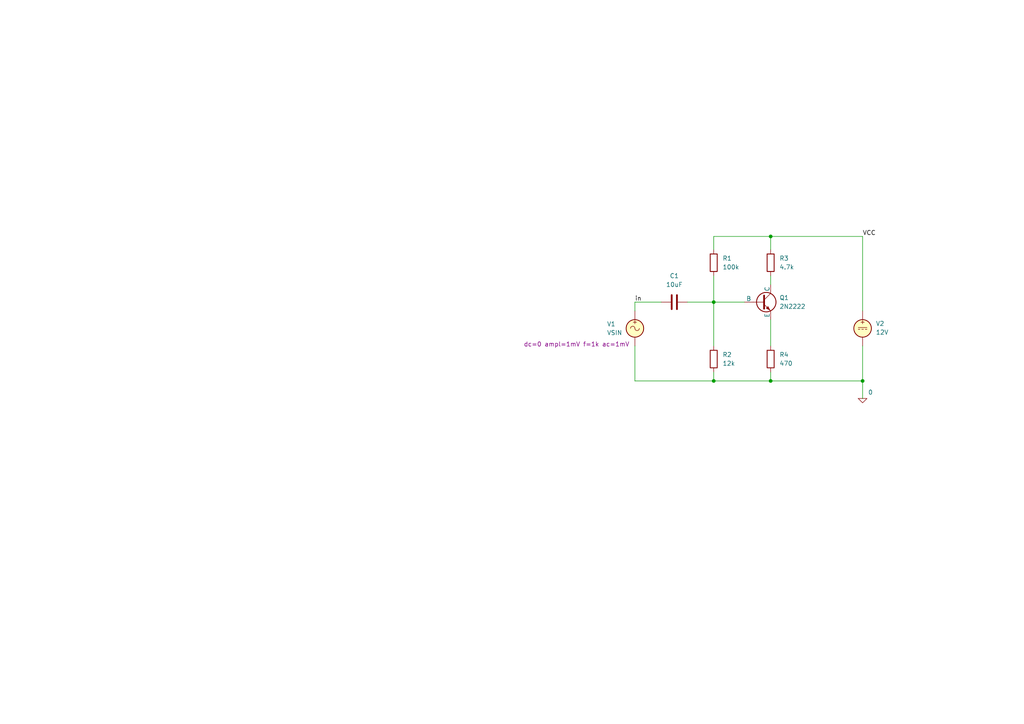
<source format=kicad_sch>
(kicad_sch (version 20250114) (generator "eeschema") (generator_version "9.0")
  (paper "A4")
  (lib_symbols
    (symbol "Device:C" (pin_numbers (hide yes)) (pin_names (offset 0.254))
      (property "Reference" "C" (at 0.635 2.54 0))
      (property "Value" "C" (at 0.635 -2.54 0))
      (symbol "C_0_1"
        (polyline (pts (xy -2.032 0.762) (xy 2.032 0.762)) (stroke (width 0.508)))
        (polyline (pts (xy -2.032 -0.762) (xy 2.032 -0.762)) (stroke (width 0.508)))
      )
      (symbol "C_1_1"
        (pin passive line (at 0 3.81 270) (length 2.794) (name "~") (number "1"))
        (pin passive line (at 0 -3.81 90) (length 2.794) (name "~") (number "2"))
      )
    )
    (symbol "Device:R" (pin_numbers (hide yes)) (pin_names (offset 0))
      (property "Reference" "R" (at 2.032 0 90))
      (property "Value" "R" (at 0 0 90))
      (symbol "R_0_1"
        (rectangle (start -1.016 -2.54) (end 1.016 2.54) (stroke (width 0.254)))
      )
      (symbol "R_1_1"
        (pin passive line (at 0 3.81 270) (length 1.27) (name "~") (number "1"))
        (pin passive line (at 0 -3.81 90) (length 1.27) (name "~") (number "2"))
      )
    )
    (symbol "Simulation_SPICE:0" (power) (pin_numbers (hide yes)) (pin_names (offset 0) (hide yes))
      (property "Value" "0" (at 0 -2.54 0))
      (symbol "0_0_1"
        (polyline (pts (xy -1.27 0) (xy 0 -1.27) (xy 1.27 0) (xy -1.27 0)))
      )
      (symbol "0_1_1"
        (pin power_in line (at 0 0 0) (length 0) (name "~") (number "1"))
      )
    )
    (symbol "Simulation_SPICE:NPN" (pin_numbers (hide yes)) (pin_names (offset 0))
      (property "Reference" "Q" (at -2.54 7.62 0))
      (property "Value" "NPN" (at -2.54 5.08 0))
      (symbol "NPN_0_1"
        (polyline (pts (xy -2.54 0) (xy 0.635 0)) (stroke (width 0.1524)))
        (polyline (pts (xy 0.635 1.905) (xy 0.635 -1.905) (xy 0.635 -1.905)) (stroke (width 0.508)))
        (polyline (pts (xy 0.635 0.635) (xy 2.54 2.54)))
        (polyline (pts (xy 0.635 -0.635) (xy 2.54 -2.54) (xy 2.54 -2.54)))
        (circle (center 1.27 0) (radius 2.8194) (stroke (width 0.254)))
        (polyline (pts (xy 1.27 -1.778) (xy 1.778 -1.27) (xy 2.286 -2.286) (xy 1.27 -1.778) (xy 1.27 -1.778)) (fill (type outline)))
        (polyline (pts (xy 2.794 -1.27) (xy 2.794 -1.27)) (stroke (width 0.1524)))
        (polyline (pts (xy 2.794 -1.27) (xy 2.794 -1.27)) (stroke (width 0.1524)))
      )
      (symbol "NPN_1_1"
        (pin input line (at -5.08 0 0) (length 2.54) (name "B") (number "2"))
        (pin open_collector line (at 2.54 5.08 270) (length 2.54) (name "C") (number "1"))
        (pin open_emitter line (at 2.54 -5.08 90) (length 2.54) (name "E") (number "3"))
      )
    )
    (symbol "Simulation_SPICE:VDC" (pin_numbers (hide yes)) (pin_names (offset 0.0254))
      (property "Reference" "V" (at 2.54 2.54 0))
      (property "Value" "1" (at 2.54 0 0))
      (symbol "VDC_0_0"
        (polyline (pts (xy -1.27 0.254) (xy 1.27 0.254)))
        (polyline (pts (xy -0.762 -0.254) (xy -1.27 -0.254)))
        (polyline (pts (xy 0.254 -0.254) (xy -0.254 -0.254)))
        (polyline (pts (xy 1.27 -0.254) (xy 0.762 -0.254)))
        (text "+" (at 0 1.905 0) (effects (font (size 1.27 1.27))))
      )
      (symbol "VDC_0_1"
        (circle (center 0 0) (radius 2.54) (stroke (width 0.254)) (fill (type background)))
      )
      (symbol "VDC_1_1"
        (pin passive line (at 0 5.08 270) (length 2.54) (name "~") (number "1"))
        (pin passive line (at 0 -5.08 90) (length 2.54) (name "~") (number "2"))
      )
    )
    (symbol "Simulation_SPICE:VSIN" (pin_numbers (hide yes)) (pin_names (offset 0.0254))
      (property "Reference" "V" (at 2.54 2.54 0))
      (property "Value" "VSIN" (at 2.54 0 0))
      (property "Sim.Params" "dc=0 ampl=1 f=1k ac=1" (at 2.54 -2.54 0))
      (symbol "VSIN_0_0"
        (arc (start -1.27 0) (mid -0.635 0.6323) (end 0 0))
        (arc (start 1.27 0) (mid 0.635 -0.6323) (end 0 0))
        (text "+" (at 0 1.905 0) (effects (font (size 1.27 1.27))))
      )
      (symbol "VSIN_0_1"
        (circle (center 0 0) (radius 2.54) (stroke (width 0.254)) (fill (type background)))
      )
      (symbol "VSIN_1_1"
        (pin passive line (at 0 5.08 270) (length 2.54) (name "~") (number "1"))
        (pin passive line (at 0 -5.08 90) (length 2.54) (name "~") (number "2"))
      )
    )
  )
  (junction (at 250.19 110.49))
  (junction (at 207.01 87.63))
  (junction (at 207.01 110.49))
  (junction (at 223.52 110.49))
  (junction (at 223.52 68.58))
  (wire (pts (xy 207.01 87.63) (xy 215.9 87.63)))
  (wire (pts (xy 250.19 110.49) (xy 250.19 115.57)))
  (wire (pts (xy 223.52 110.49) (xy 250.19 110.49)))
  (wire (pts (xy 184.15 110.49) (xy 207.01 110.49)))
  (wire (pts (xy 250.19 100.33) (xy 250.19 110.49)))
  (wire (pts (xy 199.39 87.63) (xy 207.01 87.63)))
  (wire (pts (xy 207.01 80.01) (xy 207.01 87.63)))
  (wire (pts (xy 223.52 68.58) (xy 207.01 68.58)))
  (wire (pts (xy 184.15 87.63) (xy 191.77 87.63)))
  (wire (pts (xy 184.15 100.33) (xy 184.15 110.49)))
  (wire (pts (xy 250.19 68.58) (xy 250.19 90.17)))
  (wire (pts (xy 207.01 68.58) (xy 207.01 72.39)))
  (wire (pts (xy 223.52 107.95) (xy 223.52 110.49)))
  (wire (pts (xy 223.52 80.01) (xy 223.52 82.55)))
  (wire (pts (xy 223.52 92.71) (xy 223.52 100.33)))
  (wire (pts (xy 223.52 68.58) (xy 250.19 68.58)))
  (wire (pts (xy 184.15 90.17) (xy 184.15 87.63)))
  (wire (pts (xy 207.01 107.95) (xy 207.01 110.49)))
  (wire (pts (xy 207.01 87.63) (xy 207.01 100.33)))
  (wire (pts (xy 223.52 72.39) (xy 223.52 68.58)))
  (wire (pts (xy 207.01 110.49) (xy 223.52 110.49)))
  (label "VCC" (at 250.19 68.58 0))
  (label "in" (at 184.15 87.63 0))
  (symbol (lib_id "Device:C") (at 195.58 87.63 90) (unit 1)
    (property "Reference" "C1" (at 195.58 80.01 90))
    (property "Value" "10uF" (at 195.58 82.55 90))
    (property "Description" "Unpolarized capacitor" (effects (hide yes)))
  )
  (symbol (lib_id "Simulation_SPICE:0") (at 250.19 115.57 0) (unit 1)
    (property "Reference" "#GND01" (effects (hide yes)))
    (property "Value" "0" (at 252.476 113.792 0))
    (property "Datasheet" "https://ngspice.sourceforge.io/docs/ngspice-html-manual/manual.xhtml#subsec_Circuit_elements__device" (effects (hide yes)))
    (property "Description" "0V reference potential for simulation" (effects (hide yes)))
  )
  (symbol (lib_id "Device:R") (at 207.01 76.2 0) (unit 1)
    (property "Reference" "R1" (at 209.55 74.9299 0) (effects (justify left)))
    (property "Value" "100k" (at 209.55 77.4699 0) (effects (justify left)))
    (property "Description" "Resistor" (effects (hide yes)))
  )
  (symbol (lib_id "Device:R") (at 223.52 76.2 0) (unit 1)
    (property "Reference" "R3" (at 226.06 74.9299 0) (effects (justify left)))
    (property "Value" "4.7k" (at 226.06 77.4699 0) (effects (justify left)))
    (property "Description" "Resistor" (effects (hide yes)))
  )
  (symbol (lib_id "Simulation_SPICE:VSIN") (at 184.15 95.25 0) (unit 1)
    (property "Reference" "V1" (at 176.022 93.98 0) (effects (justify left)))
    (property "Value" "VSIN" (at 176.022 96.52 0) (effects (justify left)))
    (property "Datasheet" "https://ngspice.sourceforge.io/docs/ngspice-html-manual/manual.xhtml#sec_Independent_Sources_for" (effects (hide yes)))
    (property "Description" "Voltage source, sinusoidal" (effects (hide yes)))
    (property "Sim.Pins" "1=+ 2=-" (effects (hide yes)))
    (property "Sim.Params" "dc=0 ampl=1mV f=1k ac=1mV" (at 151.892 99.822 0) (effects (justify left)))
    (property "Sim.Type" "SIN" (effects (hide yes)))
    (property "Sim.Device" "V" (effects (hide yes)))
  )
  (symbol (lib_id "Device:R") (at 207.01 104.14 0) (unit 1)
    (property "Reference" "R2" (at 209.55 102.8699 0) (effects (justify left)))
    (property "Value" "12k" (at 209.55 105.4099 0) (effects (justify left)))
    (property "Description" "Resistor" (effects (hide yes)))
  )
  (symbol (lib_id "Simulation_SPICE:VDC") (at 250.19 95.25 0) (unit 1)
    (property "Reference" "V2" (at 254 93.8501 0) (effects (justify left)))
    (property "Value" "12V" (at 254 96.3901 0) (effects (justify left)))
    (property "Datasheet" "https://ngspice.sourceforge.io/docs/ngspice-html-manual/manual.xhtml#sec_Independent_Sources_for" (effects (hide yes)))
    (property "Description" "Voltage source, DC" (effects (hide yes)))
    (property "Sim.Pins" "1=+ 2=-" (effects (hide yes)))
    (property "Sim.Type" "DC" (effects (hide yes)))
    (property "Sim.Device" "V" (effects (hide yes)))
  )
  (symbol (lib_id "Device:R") (at 223.52 104.14 0) (unit 1)
    (property "Reference" "R4" (at 226.06 102.8699 0) (effects (justify left)))
    (property "Value" "470" (at 226.06 105.4099 0) (effects (justify left)))
    (property "Description" "Resistor" (effects (hide yes)))
  )
  (symbol (lib_id "Simulation_SPICE:NPN") (at 220.98 87.63 0) (unit 1)
    (property "Reference" "Q1" (at 226.06 86.3599 0) (effects (justify left)))
    (property "Value" "2N2222" (at 226.06 88.8999 0) (effects (justify left)))
    (property "Datasheet" "https://ngspice.sourceforge.io/docs/ngspice-html-manual/manual.xhtml#cha_BJTs" (effects (hide yes)))
    (property "Description" "Bipolar transistor symbol for simulation only, substrate tied to the emitter" (effects (hide yes)))
    (property "Sim.Device" "NPN" (effects (hide yes)))
    (property "Sim.Type" "GUMMELPOON" (effects (hide yes)))
    (property "Sim.Pins" "1=C 2=B 3=E" (effects (hide yes)))
    (property "Sim.Library" "lib/2n2222.lib" (effects (hide yes)))
    (property "Sim.Name" "2N2222" (effects (hide yes)))
  )
)
</source>
